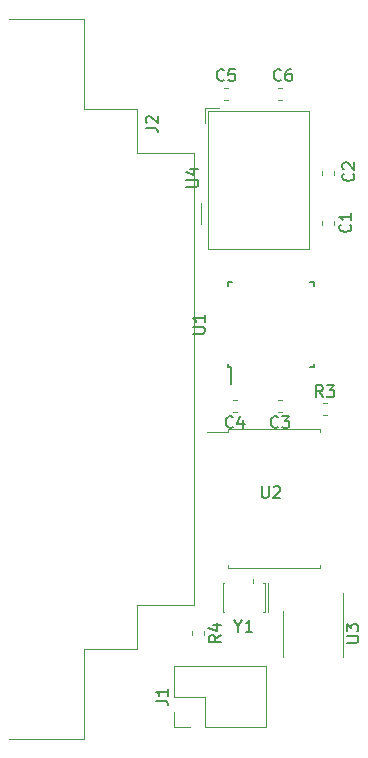
<source format=gbr>
G04 #@! TF.GenerationSoftware,KiCad,Pcbnew,5.1.5-52549c5~84~ubuntu18.04.1*
G04 #@! TF.CreationDate,2020-03-02T19:52:30-05:00*
G04 #@! TF.ProjectId,pedal-board-2020,70656461-6c2d-4626-9f61-72642d323032,rev?*
G04 #@! TF.SameCoordinates,Original*
G04 #@! TF.FileFunction,Legend,Top*
G04 #@! TF.FilePolarity,Positive*
%FSLAX46Y46*%
G04 Gerber Fmt 4.6, Leading zero omitted, Abs format (unit mm)*
G04 Created by KiCad (PCBNEW 5.1.5-52549c5~84~ubuntu18.04.1) date 2020-03-02 19:52:30*
%MOMM*%
%LPD*%
G04 APERTURE LIST*
%ADD10C,0.120000*%
%ADD11C,0.150000*%
G04 APERTURE END LIST*
D10*
X98719700Y-67451000D02*
X98719700Y-69201000D01*
X82512000Y-51826000D02*
X88812000Y-51826000D01*
X88812000Y-51826000D02*
X88812000Y-59426000D01*
X88812000Y-59426000D02*
X93312000Y-59426000D01*
X93312000Y-59426000D02*
X93312000Y-63226000D01*
X93312000Y-63226000D02*
X98162000Y-63226000D01*
X98162000Y-63226000D02*
X98162000Y-101426000D01*
X98162000Y-101426000D02*
X93312000Y-101426000D01*
X93312000Y-101426000D02*
X93312000Y-105226000D01*
X93312000Y-105226000D02*
X88812000Y-105226000D01*
X88812000Y-105226000D02*
X88812000Y-112826000D01*
X88812000Y-112826000D02*
X82512000Y-112826000D01*
X109048733Y-85346000D02*
X109391267Y-85346000D01*
X109048733Y-84326000D02*
X109391267Y-84326000D01*
X99010000Y-103678733D02*
X99010000Y-104021267D01*
X97990000Y-103678733D02*
X97990000Y-104021267D01*
X100562000Y-102038000D02*
X100712000Y-102038000D01*
X100562000Y-99638000D02*
X100712000Y-99638000D01*
X103112000Y-99638000D02*
X103162000Y-99638000D01*
X104162000Y-99638000D02*
X104012000Y-99638000D01*
X104162000Y-102038000D02*
X104012000Y-102038000D01*
X104362000Y-100038000D02*
X104362000Y-99638000D01*
X104162000Y-100038000D02*
X104162000Y-99638000D01*
X100562000Y-100038000D02*
X100562000Y-99638000D01*
X104362000Y-102038000D02*
X104362000Y-100038000D01*
X103112000Y-99638000D02*
X103112000Y-99238000D01*
X104162000Y-100038000D02*
X104162000Y-102038000D01*
X100562000Y-102038000D02*
X100562000Y-100038000D01*
X99046000Y-59381000D02*
X99046000Y-60621000D01*
X100286000Y-59381000D02*
X99046000Y-59381000D01*
X107906000Y-71342000D02*
X99286000Y-71342000D01*
X107906000Y-59621000D02*
X99286000Y-59621000D01*
X99286000Y-59621000D02*
X99286000Y-71342000D01*
X107906000Y-59621000D02*
X107906000Y-71342000D01*
X110764000Y-103886000D02*
X110764000Y-100436000D01*
X110764000Y-103886000D02*
X110764000Y-105836000D01*
X105644000Y-103886000D02*
X105644000Y-101936000D01*
X105644000Y-103886000D02*
X105644000Y-105836000D01*
X101042000Y-86816000D02*
X99227000Y-86816000D01*
X101042000Y-86571000D02*
X101042000Y-86816000D01*
X104902000Y-86571000D02*
X101042000Y-86571000D01*
X108762000Y-86571000D02*
X108762000Y-86816000D01*
X104902000Y-86571000D02*
X108762000Y-86571000D01*
X101042000Y-98341000D02*
X101042000Y-98096000D01*
X104902000Y-98341000D02*
X101042000Y-98341000D01*
X108762000Y-98341000D02*
X108762000Y-98096000D01*
X104902000Y-98341000D02*
X108762000Y-98341000D01*
D11*
X101248000Y-81349000D02*
X101248000Y-82774000D01*
X101023000Y-74099000D02*
X101023000Y-74424000D01*
X108273000Y-74099000D02*
X108273000Y-74424000D01*
X108273000Y-81349000D02*
X108273000Y-81024000D01*
X101023000Y-81349000D02*
X101023000Y-81024000D01*
X108273000Y-81349000D02*
X107948000Y-81349000D01*
X108273000Y-74099000D02*
X107948000Y-74099000D01*
X101023000Y-74099000D02*
X101348000Y-74099000D01*
X101023000Y-81349000D02*
X101248000Y-81349000D01*
D10*
X96460000Y-111820000D02*
X96460000Y-110490000D01*
X97790000Y-111820000D02*
X96460000Y-111820000D01*
X96460000Y-109220000D02*
X96460000Y-106620000D01*
X99060000Y-109220000D02*
X96460000Y-109220000D01*
X99060000Y-111820000D02*
X99060000Y-109220000D01*
X96460000Y-106620000D02*
X104200000Y-106620000D01*
X99060000Y-111820000D02*
X104200000Y-111820000D01*
X104200000Y-111820000D02*
X104200000Y-106620000D01*
X105581267Y-57656000D02*
X105238733Y-57656000D01*
X105581267Y-58676000D02*
X105238733Y-58676000D01*
X101009267Y-57656000D02*
X100666733Y-57656000D01*
X101009267Y-58676000D02*
X100666733Y-58676000D01*
X101771267Y-84072000D02*
X101428733Y-84072000D01*
X101771267Y-85092000D02*
X101428733Y-85092000D01*
X105581267Y-84072000D02*
X105238733Y-84072000D01*
X105581267Y-85092000D02*
X105238733Y-85092000D01*
X108964000Y-64711733D02*
X108964000Y-65054267D01*
X109984000Y-64711733D02*
X109984000Y-65054267D01*
X109984000Y-69259267D02*
X109984000Y-68916733D01*
X108964000Y-69259267D02*
X108964000Y-68916733D01*
D11*
X94064380Y-61059333D02*
X94778666Y-61059333D01*
X94921523Y-61106952D01*
X95016761Y-61202190D01*
X95064380Y-61345047D01*
X95064380Y-61440285D01*
X94159619Y-60630761D02*
X94112000Y-60583142D01*
X94064380Y-60487904D01*
X94064380Y-60249809D01*
X94112000Y-60154571D01*
X94159619Y-60106952D01*
X94254857Y-60059333D01*
X94350095Y-60059333D01*
X94492952Y-60106952D01*
X95064380Y-60678380D01*
X95064380Y-60059333D01*
X109053333Y-83858380D02*
X108720000Y-83382190D01*
X108481904Y-83858380D02*
X108481904Y-82858380D01*
X108862857Y-82858380D01*
X108958095Y-82906000D01*
X109005714Y-82953619D01*
X109053333Y-83048857D01*
X109053333Y-83191714D01*
X109005714Y-83286952D01*
X108958095Y-83334571D01*
X108862857Y-83382190D01*
X108481904Y-83382190D01*
X109386666Y-82858380D02*
X110005714Y-82858380D01*
X109672380Y-83239333D01*
X109815238Y-83239333D01*
X109910476Y-83286952D01*
X109958095Y-83334571D01*
X110005714Y-83429809D01*
X110005714Y-83667904D01*
X109958095Y-83763142D01*
X109910476Y-83810761D01*
X109815238Y-83858380D01*
X109529523Y-83858380D01*
X109434285Y-83810761D01*
X109386666Y-83763142D01*
X100382380Y-104016666D02*
X99906190Y-104350000D01*
X100382380Y-104588095D02*
X99382380Y-104588095D01*
X99382380Y-104207142D01*
X99430000Y-104111904D01*
X99477619Y-104064285D01*
X99572857Y-104016666D01*
X99715714Y-104016666D01*
X99810952Y-104064285D01*
X99858571Y-104111904D01*
X99906190Y-104207142D01*
X99906190Y-104588095D01*
X99715714Y-103159523D02*
X100382380Y-103159523D01*
X99334761Y-103397619D02*
X100049047Y-103635714D01*
X100049047Y-103016666D01*
X101885809Y-103264190D02*
X101885809Y-103740380D01*
X101552476Y-102740380D02*
X101885809Y-103264190D01*
X102219142Y-102740380D01*
X103076285Y-103740380D02*
X102504857Y-103740380D01*
X102790571Y-103740380D02*
X102790571Y-102740380D01*
X102695333Y-102883238D01*
X102600095Y-102978476D01*
X102504857Y-103026095D01*
X97496380Y-66039904D02*
X98305904Y-66039904D01*
X98401142Y-65992285D01*
X98448761Y-65944666D01*
X98496380Y-65849428D01*
X98496380Y-65658952D01*
X98448761Y-65563714D01*
X98401142Y-65516095D01*
X98305904Y-65468476D01*
X97496380Y-65468476D01*
X97829714Y-64563714D02*
X98496380Y-64563714D01*
X97448761Y-64801809D02*
X98163047Y-65039904D01*
X98163047Y-64420857D01*
X111056380Y-104647904D02*
X111865904Y-104647904D01*
X111961142Y-104600285D01*
X112008761Y-104552666D01*
X112056380Y-104457428D01*
X112056380Y-104266952D01*
X112008761Y-104171714D01*
X111961142Y-104124095D01*
X111865904Y-104076476D01*
X111056380Y-104076476D01*
X111056380Y-103695523D02*
X111056380Y-103076476D01*
X111437333Y-103409809D01*
X111437333Y-103266952D01*
X111484952Y-103171714D01*
X111532571Y-103124095D01*
X111627809Y-103076476D01*
X111865904Y-103076476D01*
X111961142Y-103124095D01*
X112008761Y-103171714D01*
X112056380Y-103266952D01*
X112056380Y-103552666D01*
X112008761Y-103647904D01*
X111961142Y-103695523D01*
X103886095Y-91400380D02*
X103886095Y-92209904D01*
X103933714Y-92305142D01*
X103981333Y-92352761D01*
X104076571Y-92400380D01*
X104267047Y-92400380D01*
X104362285Y-92352761D01*
X104409904Y-92305142D01*
X104457523Y-92209904D01*
X104457523Y-91400380D01*
X104886095Y-91495619D02*
X104933714Y-91448000D01*
X105028952Y-91400380D01*
X105267047Y-91400380D01*
X105362285Y-91448000D01*
X105409904Y-91495619D01*
X105457523Y-91590857D01*
X105457523Y-91686095D01*
X105409904Y-91828952D01*
X104838476Y-92400380D01*
X105457523Y-92400380D01*
X98050380Y-78485904D02*
X98859904Y-78485904D01*
X98955142Y-78438285D01*
X99002761Y-78390666D01*
X99050380Y-78295428D01*
X99050380Y-78104952D01*
X99002761Y-78009714D01*
X98955142Y-77962095D01*
X98859904Y-77914476D01*
X98050380Y-77914476D01*
X99050380Y-76914476D02*
X99050380Y-77485904D01*
X99050380Y-77200190D02*
X98050380Y-77200190D01*
X98193238Y-77295428D01*
X98288476Y-77390666D01*
X98336095Y-77485904D01*
X94912380Y-109553333D02*
X95626666Y-109553333D01*
X95769523Y-109600952D01*
X95864761Y-109696190D01*
X95912380Y-109839047D01*
X95912380Y-109934285D01*
X95912380Y-108553333D02*
X95912380Y-109124761D01*
X95912380Y-108839047D02*
X94912380Y-108839047D01*
X95055238Y-108934285D01*
X95150476Y-109029523D01*
X95198095Y-109124761D01*
X105497333Y-56999142D02*
X105449714Y-57046761D01*
X105306857Y-57094380D01*
X105211619Y-57094380D01*
X105068761Y-57046761D01*
X104973523Y-56951523D01*
X104925904Y-56856285D01*
X104878285Y-56665809D01*
X104878285Y-56522952D01*
X104925904Y-56332476D01*
X104973523Y-56237238D01*
X105068761Y-56142000D01*
X105211619Y-56094380D01*
X105306857Y-56094380D01*
X105449714Y-56142000D01*
X105497333Y-56189619D01*
X106354476Y-56094380D02*
X106164000Y-56094380D01*
X106068761Y-56142000D01*
X106021142Y-56189619D01*
X105925904Y-56332476D01*
X105878285Y-56522952D01*
X105878285Y-56903904D01*
X105925904Y-56999142D01*
X105973523Y-57046761D01*
X106068761Y-57094380D01*
X106259238Y-57094380D01*
X106354476Y-57046761D01*
X106402095Y-56999142D01*
X106449714Y-56903904D01*
X106449714Y-56665809D01*
X106402095Y-56570571D01*
X106354476Y-56522952D01*
X106259238Y-56475333D01*
X106068761Y-56475333D01*
X105973523Y-56522952D01*
X105925904Y-56570571D01*
X105878285Y-56665809D01*
X100671333Y-56999142D02*
X100623714Y-57046761D01*
X100480857Y-57094380D01*
X100385619Y-57094380D01*
X100242761Y-57046761D01*
X100147523Y-56951523D01*
X100099904Y-56856285D01*
X100052285Y-56665809D01*
X100052285Y-56522952D01*
X100099904Y-56332476D01*
X100147523Y-56237238D01*
X100242761Y-56142000D01*
X100385619Y-56094380D01*
X100480857Y-56094380D01*
X100623714Y-56142000D01*
X100671333Y-56189619D01*
X101576095Y-56094380D02*
X101099904Y-56094380D01*
X101052285Y-56570571D01*
X101099904Y-56522952D01*
X101195142Y-56475333D01*
X101433238Y-56475333D01*
X101528476Y-56522952D01*
X101576095Y-56570571D01*
X101623714Y-56665809D01*
X101623714Y-56903904D01*
X101576095Y-56999142D01*
X101528476Y-57046761D01*
X101433238Y-57094380D01*
X101195142Y-57094380D01*
X101099904Y-57046761D01*
X101052285Y-56999142D01*
X101433333Y-86369142D02*
X101385714Y-86416761D01*
X101242857Y-86464380D01*
X101147619Y-86464380D01*
X101004761Y-86416761D01*
X100909523Y-86321523D01*
X100861904Y-86226285D01*
X100814285Y-86035809D01*
X100814285Y-85892952D01*
X100861904Y-85702476D01*
X100909523Y-85607238D01*
X101004761Y-85512000D01*
X101147619Y-85464380D01*
X101242857Y-85464380D01*
X101385714Y-85512000D01*
X101433333Y-85559619D01*
X102290476Y-85797714D02*
X102290476Y-86464380D01*
X102052380Y-85416761D02*
X101814285Y-86131047D01*
X102433333Y-86131047D01*
X105243333Y-86369142D02*
X105195714Y-86416761D01*
X105052857Y-86464380D01*
X104957619Y-86464380D01*
X104814761Y-86416761D01*
X104719523Y-86321523D01*
X104671904Y-86226285D01*
X104624285Y-86035809D01*
X104624285Y-85892952D01*
X104671904Y-85702476D01*
X104719523Y-85607238D01*
X104814761Y-85512000D01*
X104957619Y-85464380D01*
X105052857Y-85464380D01*
X105195714Y-85512000D01*
X105243333Y-85559619D01*
X105576666Y-85464380D02*
X106195714Y-85464380D01*
X105862380Y-85845333D01*
X106005238Y-85845333D01*
X106100476Y-85892952D01*
X106148095Y-85940571D01*
X106195714Y-86035809D01*
X106195714Y-86273904D01*
X106148095Y-86369142D01*
X106100476Y-86416761D01*
X106005238Y-86464380D01*
X105719523Y-86464380D01*
X105624285Y-86416761D01*
X105576666Y-86369142D01*
X111609142Y-64936666D02*
X111656761Y-64984285D01*
X111704380Y-65127142D01*
X111704380Y-65222380D01*
X111656761Y-65365238D01*
X111561523Y-65460476D01*
X111466285Y-65508095D01*
X111275809Y-65555714D01*
X111132952Y-65555714D01*
X110942476Y-65508095D01*
X110847238Y-65460476D01*
X110752000Y-65365238D01*
X110704380Y-65222380D01*
X110704380Y-65127142D01*
X110752000Y-64984285D01*
X110799619Y-64936666D01*
X110799619Y-64555714D02*
X110752000Y-64508095D01*
X110704380Y-64412857D01*
X110704380Y-64174761D01*
X110752000Y-64079523D01*
X110799619Y-64031904D01*
X110894857Y-63984285D01*
X110990095Y-63984285D01*
X111132952Y-64031904D01*
X111704380Y-64603333D01*
X111704380Y-63984285D01*
X111355142Y-69254666D02*
X111402761Y-69302285D01*
X111450380Y-69445142D01*
X111450380Y-69540380D01*
X111402761Y-69683238D01*
X111307523Y-69778476D01*
X111212285Y-69826095D01*
X111021809Y-69873714D01*
X110878952Y-69873714D01*
X110688476Y-69826095D01*
X110593238Y-69778476D01*
X110498000Y-69683238D01*
X110450380Y-69540380D01*
X110450380Y-69445142D01*
X110498000Y-69302285D01*
X110545619Y-69254666D01*
X111450380Y-68302285D02*
X111450380Y-68873714D01*
X111450380Y-68588000D02*
X110450380Y-68588000D01*
X110593238Y-68683238D01*
X110688476Y-68778476D01*
X110736095Y-68873714D01*
M02*

</source>
